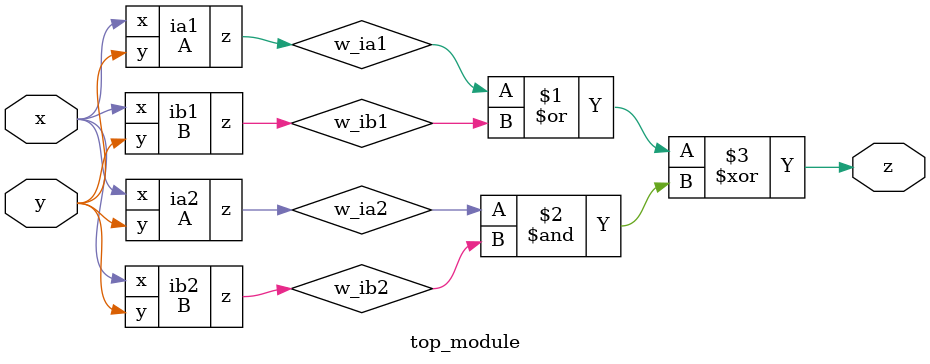
<source format=v>
module A (input x, input y, output z);
    assign z =  x & (x ^ y);
endmodule

module B ( input x, input y, output z );
    assign z = ~(x ^ y);
endmodule


module top_module (input x, input y, output z);
	wire w_ia1, w_ia2, w_ib1, w_ib2;
    A ia1(x, y, w_ia1);
    A ia2(x, y, w_ia2);
    B ib1(x, y, w_ib1);
    B ib2(x, y, w_ib2);
    
    assign z = (w_ia1 | w_ib1) ^ (w_ia2 & w_ib2);
endmodule


</source>
